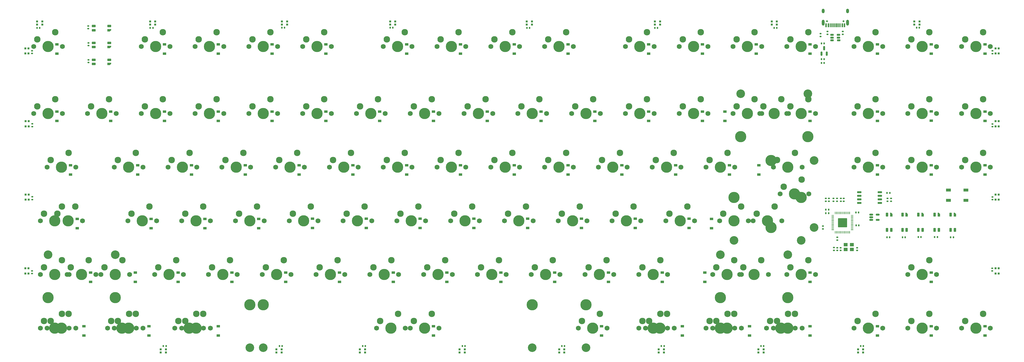
<source format=gbr>
%TF.GenerationSoftware,KiCad,Pcbnew,(6.0.5)*%
%TF.CreationDate,2022-07-03T10:27:10+08:00*%
%TF.ProjectId,orion-PCB,6f72696f-6e2d-4504-9342-2e6b69636164,rev?*%
%TF.SameCoordinates,Original*%
%TF.FileFunction,Soldermask,Bot*%
%TF.FilePolarity,Negative*%
%FSLAX46Y46*%
G04 Gerber Fmt 4.6, Leading zero omitted, Abs format (unit mm)*
G04 Created by KiCad (PCBNEW (6.0.5)) date 2022-07-03 10:27:10*
%MOMM*%
%LPD*%
G01*
G04 APERTURE LIST*
G04 Aperture macros list*
%AMRoundRect*
0 Rectangle with rounded corners*
0 $1 Rounding radius*
0 $2 $3 $4 $5 $6 $7 $8 $9 X,Y pos of 4 corners*
0 Add a 4 corners polygon primitive as box body*
4,1,4,$2,$3,$4,$5,$6,$7,$8,$9,$2,$3,0*
0 Add four circle primitives for the rounded corners*
1,1,$1+$1,$2,$3*
1,1,$1+$1,$4,$5*
1,1,$1+$1,$6,$7*
1,1,$1+$1,$8,$9*
0 Add four rect primitives between the rounded corners*
20,1,$1+$1,$2,$3,$4,$5,0*
20,1,$1+$1,$4,$5,$6,$7,0*
20,1,$1+$1,$6,$7,$8,$9,0*
20,1,$1+$1,$8,$9,$2,$3,0*%
%AMFreePoly0*
4,1,18,-0.410000,0.593000,-0.403758,0.624380,-0.385983,0.650983,-0.359380,0.668758,-0.328000,0.675000,0.328000,0.675000,0.359380,0.668758,0.385983,0.650983,0.403758,0.624380,0.410000,0.593000,0.410000,-0.593000,0.403758,-0.624380,0.385983,-0.650983,0.359380,-0.668758,0.328000,-0.675000,0.000000,-0.675000,-0.410000,-0.265000,-0.410000,0.593000,-0.410000,0.593000,$1*%
G04 Aperture macros list end*
%ADD10C,3.048000*%
%ADD11C,3.987800*%
%ADD12C,1.750000*%
%ADD13C,2.300000*%
%ADD14RoundRect,0.140000X0.170000X-0.140000X0.170000X0.140000X-0.170000X0.140000X-0.170000X-0.140000X0*%
%ADD15R,1.200000X0.900000*%
%ADD16RoundRect,0.105000X-0.245000X0.245000X-0.245000X-0.245000X0.245000X-0.245000X0.245000X0.245000X0*%
%ADD17RoundRect,0.135000X0.185000X-0.135000X0.185000X0.135000X-0.185000X0.135000X-0.185000X-0.135000X0*%
%ADD18RoundRect,0.140000X-0.140000X-0.170000X0.140000X-0.170000X0.140000X0.170000X-0.140000X0.170000X0*%
%ADD19RoundRect,0.105000X0.245000X-0.245000X0.245000X0.245000X-0.245000X0.245000X-0.245000X-0.245000X0*%
%ADD20RoundRect,0.050000X0.387500X0.050000X-0.387500X0.050000X-0.387500X-0.050000X0.387500X-0.050000X0*%
%ADD21RoundRect,0.050000X0.050000X0.387500X-0.050000X0.387500X-0.050000X-0.387500X0.050000X-0.387500X0*%
%ADD22RoundRect,0.144000X1.456000X1.456000X-1.456000X1.456000X-1.456000X-1.456000X1.456000X-1.456000X0*%
%ADD23RoundRect,0.135000X-0.185000X0.135000X-0.185000X-0.135000X0.185000X-0.135000X0.185000X0.135000X0*%
%ADD24RoundRect,0.105000X0.245000X0.245000X-0.245000X0.245000X-0.245000X-0.245000X0.245000X-0.245000X0*%
%ADD25RoundRect,0.140000X-0.170000X0.140000X-0.170000X-0.140000X0.170000X-0.140000X0.170000X0.140000X0*%
%ADD26RoundRect,0.082000X0.328000X0.593000X-0.328000X0.593000X-0.328000X-0.593000X0.328000X-0.593000X0*%
%ADD27FreePoly0,180.000000*%
%ADD28RoundRect,0.150000X0.650000X0.150000X-0.650000X0.150000X-0.650000X-0.150000X0.650000X-0.150000X0*%
%ADD29RoundRect,0.105000X-0.245000X-0.245000X0.245000X-0.245000X0.245000X0.245000X-0.245000X0.245000X0*%
%ADD30R,1.400000X1.200000*%
%ADD31RoundRect,0.140000X0.140000X0.170000X-0.140000X0.170000X-0.140000X-0.170000X0.140000X-0.170000X0*%
%ADD32RoundRect,0.150000X-0.512500X-0.150000X0.512500X-0.150000X0.512500X0.150000X-0.512500X0.150000X0*%
%ADD33R,1.800000X1.100000*%
%ADD34RoundRect,0.082000X0.593000X-0.328000X0.593000X0.328000X-0.593000X0.328000X-0.593000X-0.328000X0*%
%ADD35FreePoly0,90.000000*%
%ADD36RoundRect,0.147500X-0.172500X0.147500X-0.172500X-0.147500X0.172500X-0.147500X0.172500X0.147500X0*%
%ADD37RoundRect,0.150000X0.475000X0.150000X-0.475000X0.150000X-0.475000X-0.150000X0.475000X-0.150000X0*%
%ADD38RoundRect,0.150000X0.150000X-0.587500X0.150000X0.587500X-0.150000X0.587500X-0.150000X-0.587500X0*%
%ADD39C,0.650000*%
%ADD40R,0.600000X1.450000*%
%ADD41R,0.300000X1.450000*%
%ADD42O,1.000000X1.600000*%
%ADD43O,1.000000X2.100000*%
G04 APERTURE END LIST*
D10*
%TO.C,S1*%
X258881250Y-71427500D03*
X235068750Y-71427500D03*
D11*
X235068750Y-86667500D03*
X258881250Y-86667500D03*
%TD*%
D12*
%TO.C,SW33*%
X232370000Y-78412500D03*
D11*
X237450000Y-78412500D03*
D12*
X242530000Y-78412500D03*
D13*
X233640000Y-75872500D03*
X239990000Y-73332500D03*
%TD*%
D12*
%TO.C,SW82*%
X209192500Y-135562500D03*
D11*
X204112500Y-135562500D03*
D12*
X199032500Y-135562500D03*
D13*
X200302500Y-133022500D03*
X206652500Y-130482500D03*
%TD*%
D11*
%TO.C,SW76*%
X89812500Y-135562500D03*
D12*
X84732500Y-135562500D03*
X94892500Y-135562500D03*
D13*
X86002500Y-133022500D03*
X92352500Y-130482500D03*
%TD*%
D11*
%TO.C,SW8*%
X132675000Y-54600000D03*
D12*
X137755000Y-54600000D03*
X127595000Y-54600000D03*
D13*
X128865000Y-52060000D03*
X135215000Y-49520000D03*
%TD*%
D11*
%TO.C,SW83*%
X239831250Y-135562500D03*
D12*
X244911250Y-135562500D03*
X234751250Y-135562500D03*
D13*
X236021250Y-133022500D03*
X242371250Y-130482500D03*
%TD*%
D12*
%TO.C,SW2*%
X-15255000Y-54625000D03*
D11*
X-10175000Y-54625000D03*
D12*
X-5095000Y-54625000D03*
D13*
X-13985000Y-52085000D03*
X-7635000Y-49545000D03*
%TD*%
D11*
%TO.C,SW28*%
X161250000Y-78412500D03*
D12*
X166330000Y-78412500D03*
X156170000Y-78412500D03*
D13*
X157440000Y-75872500D03*
X163790000Y-73332500D03*
%TD*%
D12*
%TO.C,SW42*%
X89495000Y-97462500D03*
X99655000Y-97462500D03*
D11*
X94575000Y-97462500D03*
D13*
X90765000Y-94922500D03*
X97115000Y-92382500D03*
%TD*%
D12*
%TO.C,SW36*%
X323492500Y-78412500D03*
X313332500Y-78412500D03*
D11*
X318412500Y-78412500D03*
D13*
X314602500Y-75872500D03*
X320952500Y-73332500D03*
%TD*%
D12*
%TO.C,SW95*%
X187761250Y-154612500D03*
X177601250Y-154612500D03*
D11*
X182681250Y-154612500D03*
D13*
X178871250Y-152072500D03*
X185221250Y-149532500D03*
%TD*%
D12*
%TO.C,SW97*%
X211573750Y-154612500D03*
X201413750Y-154612500D03*
D11*
X206493750Y-154612500D03*
D13*
X202683750Y-152072500D03*
X209033750Y-149532500D03*
%TD*%
D12*
%TO.C,SW84*%
X235386250Y-135562500D03*
D11*
X230306250Y-135562500D03*
D12*
X225226250Y-135562500D03*
D13*
X226496250Y-133022500D03*
X232846250Y-130482500D03*
%TD*%
D11*
%TO.C,SW90*%
X18375000Y-154612500D03*
D12*
X23455000Y-154612500D03*
X13295000Y-154612500D03*
D13*
X14565000Y-152072500D03*
X20915000Y-149532500D03*
%TD*%
D11*
%TO.C,SW51*%
X254118750Y-106987500D03*
D12*
X259198750Y-106987500D03*
X249038750Y-106987500D03*
D13*
X250308750Y-104447500D03*
X256658750Y-101907500D03*
%TD*%
D11*
%TO.C,SW87*%
X-7818750Y-154612500D03*
D12*
X-2738750Y-154612500D03*
X-12898750Y-154612500D03*
D13*
X-11628750Y-152072500D03*
X-5278750Y-149532500D03*
%TD*%
D11*
%TO.C,SW80*%
X166012500Y-135562500D03*
D12*
X160932500Y-135562500D03*
X171092500Y-135562500D03*
D13*
X162202500Y-133022500D03*
X168552500Y-130482500D03*
%TD*%
D12*
%TO.C,SW27*%
X137120000Y-78412500D03*
D11*
X142200000Y-78412500D03*
D12*
X147280000Y-78412500D03*
D13*
X138390000Y-75872500D03*
X144740000Y-73332500D03*
%TD*%
D11*
%TO.C,SW9*%
X151725000Y-54600000D03*
D12*
X146645000Y-54600000D03*
X156805000Y-54600000D03*
D13*
X147915000Y-52060000D03*
X154265000Y-49520000D03*
%TD*%
D12*
%TO.C,SW100*%
X254436250Y-154612500D03*
D11*
X249356250Y-154612500D03*
D12*
X244276250Y-154612500D03*
D13*
X245546250Y-152072500D03*
X251896250Y-149532500D03*
%TD*%
D12*
%TO.C,SW67*%
X208557500Y-116512500D03*
X218717500Y-116512500D03*
D11*
X213637500Y-116512500D03*
D13*
X209827500Y-113972500D03*
X216177500Y-111432500D03*
%TD*%
D12*
%TO.C,SW71*%
X6786250Y-135562500D03*
X-3373750Y-135562500D03*
D11*
X1706250Y-135562500D03*
D13*
X-2103750Y-133022500D03*
X4246250Y-130482500D03*
%TD*%
D12*
%TO.C,SW40*%
X51395000Y-97462500D03*
D11*
X56475000Y-97462500D03*
D12*
X61555000Y-97462500D03*
D13*
X52665000Y-94922500D03*
X59015000Y-92382500D03*
%TD*%
D11*
%TO.C,SW52*%
X280312500Y-97462500D03*
D12*
X285392500Y-97462500D03*
X275232500Y-97462500D03*
D13*
X276502500Y-94922500D03*
X282852500Y-92382500D03*
%TD*%
D11*
%TO.C,SW15*%
X280312500Y-54600000D03*
D12*
X285392500Y-54600000D03*
X275232500Y-54600000D03*
D13*
X276502500Y-52060000D03*
X282852500Y-49520000D03*
%TD*%
D12*
%TO.C,SW46*%
X175850000Y-97460000D03*
X165690000Y-97460000D03*
D11*
X170770000Y-97460000D03*
D13*
X166960000Y-94920000D03*
X173310000Y-92380000D03*
%TD*%
D12*
%TO.C,SW49*%
X233005000Y-97460000D03*
D11*
X227925000Y-97460000D03*
D12*
X222845000Y-97460000D03*
D13*
X224115000Y-94920000D03*
X230465000Y-92380000D03*
%TD*%
D12*
%TO.C,SW68*%
X237767500Y-116512500D03*
X227607500Y-116512500D03*
D11*
X232687500Y-116512500D03*
D13*
X228877500Y-113972500D03*
X235227500Y-111432500D03*
%TD*%
D12*
%TO.C,SW65*%
X170457500Y-116512500D03*
X180617500Y-116512500D03*
D11*
X175537500Y-116512500D03*
D13*
X171727500Y-113972500D03*
X178077500Y-111432500D03*
%TD*%
D12*
%TO.C,SW101*%
X246657500Y-154612500D03*
X256817500Y-154612500D03*
D11*
X251737500Y-154612500D03*
D13*
X247927500Y-152072500D03*
X254277500Y-149532500D03*
%TD*%
D12*
%TO.C,SW43*%
X118705000Y-97462500D03*
X108545000Y-97462500D03*
D11*
X113625000Y-97462500D03*
D13*
X109815000Y-94922500D03*
X116165000Y-92382500D03*
%TD*%
D12*
%TO.C,SW79*%
X141882500Y-135562500D03*
D11*
X146962500Y-135562500D03*
D12*
X152042500Y-135562500D03*
D13*
X143152500Y-133022500D03*
X149502500Y-130482500D03*
%TD*%
D11*
%TO.C,SW61*%
X99337500Y-116512500D03*
D12*
X104417500Y-116512500D03*
X94257500Y-116512500D03*
D13*
X95527500Y-113972500D03*
X101877500Y-111432500D03*
%TD*%
D12*
%TO.C,SW38*%
X23455000Y-97462500D03*
X13295000Y-97462500D03*
D11*
X18375000Y-97462500D03*
D13*
X14565000Y-94922500D03*
X20915000Y-92382500D03*
%TD*%
D11*
%TO.C,SW34*%
X280312500Y-78412500D03*
D12*
X285392500Y-78412500D03*
X275232500Y-78412500D03*
D13*
X276502500Y-75872500D03*
X282852500Y-73332500D03*
%TD*%
D12*
%TO.C,SW5*%
X60920000Y-54600000D03*
X71080000Y-54600000D03*
D11*
X66000000Y-54600000D03*
D13*
X62190000Y-52060000D03*
X68540000Y-49520000D03*
%TD*%
D12*
%TO.C,SW30*%
X204430000Y-78412500D03*
D11*
X199350000Y-78412500D03*
D12*
X194270000Y-78412500D03*
D13*
X195540000Y-75872500D03*
X201890000Y-73332500D03*
%TD*%
D12*
%TO.C,SW57*%
X18057500Y-116512500D03*
D11*
X23137500Y-116512500D03*
D12*
X28217500Y-116512500D03*
D13*
X19327500Y-113972500D03*
X25677500Y-111432500D03*
%TD*%
D12*
%TO.C,SW53*%
X304442500Y-97462500D03*
X294282500Y-97462500D03*
D11*
X299362500Y-97462500D03*
D13*
X295552500Y-94922500D03*
X301902500Y-92382500D03*
%TD*%
D11*
%TO.C,SW21*%
X27900000Y-78412500D03*
D12*
X32980000Y-78412500D03*
X22820000Y-78412500D03*
D13*
X24090000Y-75872500D03*
X30440000Y-73332500D03*
%TD*%
D11*
%TO.C,S5*%
X251737500Y-143817500D03*
D10*
X251737500Y-128577500D03*
X227925000Y-128577500D03*
D11*
X227925000Y-143817500D03*
%TD*%
D12*
%TO.C,SW16*%
X294282500Y-54600000D03*
X304442500Y-54600000D03*
D11*
X299362500Y-54600000D03*
D13*
X295552500Y-52060000D03*
X301902500Y-49520000D03*
%TD*%
D11*
%TO.C,SW47*%
X189825000Y-97460000D03*
D12*
X194905000Y-97460000D03*
X184745000Y-97460000D03*
D13*
X186015000Y-94920000D03*
X192365000Y-92380000D03*
%TD*%
D11*
%TO.C,SW104*%
X318412500Y-154612500D03*
D12*
X313332500Y-154612500D03*
X323492500Y-154612500D03*
D13*
X314602500Y-152072500D03*
X320952500Y-149532500D03*
%TD*%
D12*
%TO.C,SW102*%
X285392500Y-154612500D03*
X275232500Y-154612500D03*
D11*
X280312500Y-154612500D03*
D13*
X276502500Y-152072500D03*
X282852500Y-149532500D03*
%TD*%
D12*
%TO.C,SW69*%
X249673750Y-116512500D03*
X239513750Y-116512500D03*
D11*
X244593750Y-116512500D03*
D13*
X240783750Y-113972500D03*
X247133750Y-111432500D03*
%TD*%
D11*
%TO.C,SW75*%
X70762500Y-135562500D03*
D12*
X65682500Y-135562500D03*
X75842500Y-135562500D03*
D13*
X66952500Y-133022500D03*
X73302500Y-130482500D03*
%TD*%
D12*
%TO.C,SW31*%
X213320000Y-78412500D03*
X223480000Y-78412500D03*
D11*
X218400000Y-78412500D03*
D13*
X214590000Y-75872500D03*
X220940000Y-73332500D03*
%TD*%
D11*
%TO.C,SW24*%
X85050000Y-78412500D03*
D12*
X79970000Y-78412500D03*
X90130000Y-78412500D03*
D13*
X81240000Y-75872500D03*
X87590000Y-73332500D03*
%TD*%
D12*
%TO.C,SW92*%
X47267500Y-154612500D03*
D11*
X42187500Y-154612500D03*
D12*
X37107500Y-154612500D03*
D13*
X38377500Y-152072500D03*
X44727500Y-149532500D03*
%TD*%
D10*
%TO.C,S3*%
X256500000Y-123497500D03*
D11*
X232687500Y-108257500D03*
X256500000Y-108257500D03*
D10*
X232687500Y-123497500D03*
%TD*%
D12*
%TO.C,SW32*%
X252055000Y-78412500D03*
D11*
X246975000Y-78412500D03*
D12*
X241895000Y-78412500D03*
D13*
X243165000Y-75872500D03*
X249515000Y-73332500D03*
%TD*%
D12*
%TO.C,SW59*%
X56157500Y-116512500D03*
X66317500Y-116512500D03*
D11*
X61237500Y-116512500D03*
D13*
X57427500Y-113972500D03*
X63777500Y-111432500D03*
%TD*%
D12*
%TO.C,SW6*%
X79970000Y-54600000D03*
X90130000Y-54600000D03*
D11*
X85050000Y-54600000D03*
D13*
X81240000Y-52060000D03*
X87590000Y-49520000D03*
%TD*%
D12*
%TO.C,SW58*%
X47267500Y-116512500D03*
X37107500Y-116512500D03*
D11*
X42187500Y-116512500D03*
D13*
X38377500Y-113972500D03*
X44727500Y-111432500D03*
%TD*%
D11*
%TO.C,SW77*%
X108862500Y-135562500D03*
D12*
X113942500Y-135562500D03*
X103782500Y-135562500D03*
D13*
X105052500Y-133022500D03*
X111402500Y-130482500D03*
%TD*%
D11*
%TO.C,SW103*%
X299362500Y-154612500D03*
D12*
X304442500Y-154612500D03*
X294282500Y-154612500D03*
D13*
X295552500Y-152072500D03*
X301902500Y-149532500D03*
%TD*%
D11*
%TO.C,S6*%
X161250000Y-146357500D03*
D10*
X61237500Y-161597500D03*
X161250000Y-161597500D03*
D11*
X61237500Y-146357500D03*
%TD*%
%TO.C,SW62*%
X118387500Y-116512500D03*
D12*
X113307500Y-116512500D03*
X123467500Y-116512500D03*
D13*
X114577500Y-113972500D03*
X120927500Y-111432500D03*
%TD*%
D12*
%TO.C,SW20*%
X3770000Y-78412500D03*
X13930000Y-78412500D03*
D11*
X8850000Y-78412500D03*
D13*
X5040000Y-75872500D03*
X11390000Y-73332500D03*
%TD*%
D11*
%TO.C,SW44*%
X132675000Y-97462500D03*
D12*
X137755000Y-97462500D03*
X127595000Y-97462500D03*
D13*
X128865000Y-94922500D03*
X135215000Y-92382500D03*
%TD*%
D12*
%TO.C,SW45*%
X146645000Y-97462500D03*
D11*
X151725000Y-97462500D03*
D12*
X156805000Y-97462500D03*
D13*
X147915000Y-94922500D03*
X154265000Y-92382500D03*
%TD*%
D12*
%TO.C,SW4*%
X41870000Y-54600000D03*
X52030000Y-54600000D03*
D11*
X46950000Y-54600000D03*
D13*
X43140000Y-52060000D03*
X49490000Y-49520000D03*
%TD*%
D12*
%TO.C,SW74*%
X56792500Y-135562500D03*
X46632500Y-135562500D03*
D11*
X51712500Y-135562500D03*
D13*
X47902500Y-133022500D03*
X54252500Y-130482500D03*
%TD*%
D12*
%TO.C,SW26*%
X118070000Y-78412500D03*
X128230000Y-78412500D03*
D11*
X123150000Y-78412500D03*
D13*
X119340000Y-75872500D03*
X125690000Y-73332500D03*
%TD*%
D12*
%TO.C,SW89*%
X21073750Y-154612500D03*
X10913750Y-154612500D03*
D11*
X15993750Y-154612500D03*
D13*
X12183750Y-152072500D03*
X18533750Y-149532500D03*
%TD*%
D12*
%TO.C,SW50*%
X246657500Y-97460000D03*
X256817500Y-97460000D03*
D11*
X251737500Y-97460000D03*
D13*
X247927500Y-94920000D03*
X254277500Y-92380000D03*
%TD*%
D12*
%TO.C,SW91*%
X34726250Y-154612500D03*
X44886250Y-154612500D03*
D11*
X39806250Y-154612500D03*
D13*
X35996250Y-152072500D03*
X42346250Y-149532500D03*
%TD*%
D11*
%TO.C,SW13*%
X237450000Y-54600000D03*
D12*
X242530000Y-54600000D03*
X232370000Y-54600000D03*
D13*
X233640000Y-52060000D03*
X239990000Y-49520000D03*
%TD*%
D12*
%TO.C,SW17*%
X323492500Y-54600000D03*
D11*
X318412500Y-54600000D03*
D12*
X313332500Y-54600000D03*
D13*
X314602500Y-52060000D03*
X320952500Y-49520000D03*
%TD*%
D12*
%TO.C,SW85*%
X251420000Y-135562500D03*
D11*
X256500000Y-135562500D03*
D12*
X261580000Y-135562500D03*
D13*
X252690000Y-133022500D03*
X259040000Y-130482500D03*
%TD*%
D12*
%TO.C,SW60*%
X75207500Y-116512500D03*
D11*
X80287500Y-116512500D03*
D12*
X85367500Y-116512500D03*
D13*
X76477500Y-113972500D03*
X82827500Y-111432500D03*
%TD*%
D11*
%TO.C,SW48*%
X208875000Y-97460000D03*
D12*
X213955000Y-97460000D03*
X203795000Y-97460000D03*
D13*
X205065000Y-94920000D03*
X211415000Y-92380000D03*
%TD*%
D11*
%TO.C,SW3*%
X27900000Y-54600000D03*
D12*
X22820000Y-54600000D03*
X32980000Y-54600000D03*
D13*
X24090000Y-52060000D03*
X30440000Y-49520000D03*
%TD*%
D11*
%TO.C,S7*%
X66000000Y-146357500D03*
D10*
X180300000Y-161597500D03*
X66000000Y-161597500D03*
D11*
X180300000Y-146357500D03*
%TD*%
D12*
%TO.C,SW56*%
X2023750Y-116512500D03*
D11*
X-3056250Y-116512500D03*
D12*
X-8136250Y-116512500D03*
D13*
X-6866250Y-113972500D03*
X-516250Y-111432500D03*
%TD*%
D12*
%TO.C,SW93*%
X106163750Y-154612500D03*
D11*
X111243750Y-154612500D03*
D12*
X116323750Y-154612500D03*
D13*
X107433750Y-152072500D03*
X113783750Y-149532500D03*
%TD*%
D11*
%TO.C,SW41*%
X75525000Y-97462500D03*
D12*
X80605000Y-97462500D03*
X70445000Y-97462500D03*
D13*
X71715000Y-94922500D03*
X78065000Y-92382500D03*
%TD*%
D12*
%TO.C,SW98*%
X233005000Y-154612500D03*
X222845000Y-154612500D03*
D11*
X227925000Y-154612500D03*
D13*
X224115000Y-152072500D03*
X230465000Y-149532500D03*
%TD*%
D12*
%TO.C,SW73*%
X37742500Y-135562500D03*
X27582500Y-135562500D03*
D11*
X32662500Y-135562500D03*
D13*
X28852500Y-133022500D03*
X35202500Y-130482500D03*
%TD*%
D11*
%TO.C,SW64*%
X156487500Y-116512500D03*
D12*
X161567500Y-116512500D03*
X151407500Y-116512500D03*
D13*
X152677500Y-113972500D03*
X159027500Y-111432500D03*
%TD*%
D12*
%TO.C,SW54*%
X323492500Y-97462500D03*
X313332500Y-97462500D03*
D11*
X318412500Y-97462500D03*
D13*
X314602500Y-94922500D03*
X320952500Y-92382500D03*
%TD*%
D12*
%TO.C,SW88*%
X-357500Y-154612500D03*
D11*
X-5437500Y-154612500D03*
D12*
X-10517500Y-154612500D03*
D13*
X-9247500Y-152072500D03*
X-2897500Y-149532500D03*
%TD*%
D12*
%TO.C,SW78*%
X132992500Y-135562500D03*
D11*
X127912500Y-135562500D03*
D12*
X122832500Y-135562500D03*
D13*
X124102500Y-133022500D03*
X130452500Y-130482500D03*
%TD*%
D11*
%TO.C,SW23*%
X66000000Y-78412500D03*
D12*
X60920000Y-78412500D03*
X71080000Y-78412500D03*
D13*
X62190000Y-75872500D03*
X68540000Y-73332500D03*
%TD*%
D11*
%TO.C,SW39*%
X37425000Y-97462500D03*
D12*
X32345000Y-97462500D03*
X42505000Y-97462500D03*
D13*
X33615000Y-94922500D03*
X39965000Y-92382500D03*
%TD*%
D11*
%TO.C,SW10*%
X170775000Y-54600000D03*
D12*
X165695000Y-54600000D03*
X175855000Y-54600000D03*
D13*
X166965000Y-52060000D03*
X173315000Y-49520000D03*
%TD*%
D11*
%TO.C,SW22*%
X46950000Y-78412500D03*
D12*
X41870000Y-78412500D03*
X52030000Y-78412500D03*
D13*
X43140000Y-75872500D03*
X49490000Y-73332500D03*
%TD*%
D12*
%TO.C,SW70*%
X-2738750Y-135562500D03*
D11*
X-7818750Y-135562500D03*
D12*
X-12898750Y-135562500D03*
D13*
X-11628750Y-133022500D03*
X-5278750Y-130482500D03*
%TD*%
D12*
%TO.C,SW99*%
X225226250Y-154612500D03*
D11*
X230306250Y-154612500D03*
D12*
X235386250Y-154612500D03*
D13*
X226496250Y-152072500D03*
X232846250Y-149532500D03*
%TD*%
D10*
%TO.C,S4*%
X13612500Y-128577500D03*
D11*
X-10200000Y-143817500D03*
D10*
X-10200000Y-128577500D03*
D11*
X13612500Y-143817500D03*
%TD*%
%TO.C,SW96*%
X204112500Y-154612500D03*
D12*
X209192500Y-154612500D03*
X199032500Y-154612500D03*
D13*
X200302500Y-152072500D03*
X206652500Y-149532500D03*
%TD*%
D11*
%TO.C,SW7*%
X113625000Y-54600000D03*
D12*
X108545000Y-54600000D03*
X118705000Y-54600000D03*
D13*
X109815000Y-52060000D03*
X116165000Y-49520000D03*
%TD*%
D11*
%TO.C,SW25*%
X104100000Y-78412500D03*
D12*
X99020000Y-78412500D03*
X109180000Y-78412500D03*
D13*
X100290000Y-75872500D03*
X106640000Y-73332500D03*
%TD*%
D12*
%TO.C,SW37*%
X-10517500Y-97462500D03*
X-357500Y-97462500D03*
D11*
X-5437500Y-97462500D03*
D13*
X-9247500Y-94922500D03*
X-2897500Y-92382500D03*
%TD*%
D12*
%TO.C,SW35*%
X304442500Y-78412500D03*
D11*
X299362500Y-78412500D03*
D12*
X294282500Y-78412500D03*
D13*
X295552500Y-75872500D03*
X301902500Y-73332500D03*
%TD*%
D12*
%TO.C,SW86*%
X294282500Y-135562500D03*
D11*
X299362500Y-135562500D03*
D12*
X304442500Y-135562500D03*
D13*
X295552500Y-133022500D03*
X301902500Y-130482500D03*
%TD*%
D11*
%TO.C,SW12*%
X218400000Y-54600000D03*
D12*
X223480000Y-54600000D03*
X213320000Y-54600000D03*
D13*
X214590000Y-52060000D03*
X220940000Y-49520000D03*
%TD*%
D12*
%TO.C,SW55*%
X-12898750Y-116512500D03*
D11*
X-7818750Y-116512500D03*
D12*
X-2738750Y-116512500D03*
D13*
X-11628750Y-113972500D03*
X-5278750Y-111432500D03*
%TD*%
D11*
%TO.C,SW11*%
X199380000Y-54600000D03*
D12*
X194300000Y-54600000D03*
X204460000Y-54600000D03*
D13*
X195570000Y-52060000D03*
X201920000Y-49520000D03*
%TD*%
D11*
%TO.C,SW66*%
X194587500Y-116512500D03*
D12*
X199667500Y-116512500D03*
X189507500Y-116512500D03*
D13*
X190777500Y-113972500D03*
X197127500Y-111432500D03*
%TD*%
D12*
%TO.C,SW29*%
X175220000Y-78412500D03*
D11*
X180300000Y-78412500D03*
D12*
X185380000Y-78412500D03*
D13*
X176490000Y-75872500D03*
X182840000Y-73332500D03*
%TD*%
D12*
%TO.C,SW14*%
X261580000Y-54600000D03*
D11*
X256500000Y-54600000D03*
D12*
X251420000Y-54600000D03*
D13*
X252690000Y-52060000D03*
X259040000Y-49520000D03*
%TD*%
D12*
%TO.C,SW72*%
X8532500Y-135562500D03*
X18692500Y-135562500D03*
D11*
X13612500Y-135562500D03*
D13*
X9802500Y-133022500D03*
X16152500Y-130482500D03*
%TD*%
D10*
%TO.C,S2*%
X261103750Y-95081250D03*
D11*
X245863750Y-118893750D03*
D10*
X261103750Y-118893750D03*
D11*
X245863750Y-95081250D03*
%TD*%
D12*
%TO.C,SW18*%
X261580000Y-78412500D03*
X251420000Y-78412500D03*
D11*
X256500000Y-78412500D03*
D13*
X252690000Y-75872500D03*
X259040000Y-73332500D03*
%TD*%
D12*
%TO.C,SW94*%
X128230000Y-154612500D03*
X118070000Y-154612500D03*
D11*
X123150000Y-154612500D03*
D13*
X119340000Y-152072500D03*
X125690000Y-149532500D03*
%TD*%
D12*
%TO.C,SW63*%
X142517500Y-116512500D03*
D11*
X137437500Y-116512500D03*
D12*
X132357500Y-116512500D03*
D13*
X133627500Y-113972500D03*
X139977500Y-111432500D03*
%TD*%
D11*
%TO.C,SW19*%
X-10175000Y-78412500D03*
D12*
X-5095000Y-78412500D03*
X-15255000Y-78412500D03*
D13*
X-13985000Y-75872500D03*
X-7635000Y-73332500D03*
%TD*%
D11*
%TO.C,SW81*%
X185062500Y-135562500D03*
D12*
X179982500Y-135562500D03*
X190142500Y-135562500D03*
D13*
X181252500Y-133022500D03*
X187602500Y-130482500D03*
%TD*%
D14*
%TO.C,C17*%
X265241200Y-109570000D03*
X265241200Y-108610000D03*
%TD*%
D15*
%TO.C,D75*%
X188235000Y-138172500D03*
X188235000Y-134872500D03*
%TD*%
D16*
%TO.C,LED7*%
X325360000Y-107195000D03*
X326460000Y-107195000D03*
X326460000Y-109025000D03*
X325360000Y-109025000D03*
%TD*%
D17*
%TO.C,R7*%
X269262500Y-123422500D03*
X269262500Y-122402500D03*
%TD*%
D15*
%TO.C,D31*%
X229510000Y-81022500D03*
X229510000Y-77722500D03*
%TD*%
D18*
%TO.C,C31*%
X110930000Y-47980000D03*
X111890000Y-47980000D03*
%TD*%
D16*
%TO.C,LED6*%
X325360000Y-133392500D03*
X326460000Y-133392500D03*
X326460000Y-135222500D03*
X325360000Y-135222500D03*
%TD*%
D19*
%TO.C,LED27*%
X-17045000Y-109025000D03*
X-18145000Y-109025000D03*
X-18145000Y-107195000D03*
X-17045000Y-107195000D03*
%TD*%
D20*
%TO.C,U4*%
X274559250Y-114575000D03*
X274559250Y-114975000D03*
X274559250Y-115375000D03*
X274559250Y-115775000D03*
X274559250Y-116175000D03*
X274559250Y-116575000D03*
X274559250Y-116975000D03*
X274559250Y-117375000D03*
X274559250Y-117775000D03*
X274559250Y-118175000D03*
X274559250Y-118575000D03*
X274559250Y-118975000D03*
X274559250Y-119375000D03*
X274559250Y-119775000D03*
D21*
X273721750Y-120612500D03*
X273321750Y-120612500D03*
X272921750Y-120612500D03*
X272521750Y-120612500D03*
X272121750Y-120612500D03*
X271721750Y-120612500D03*
X271321750Y-120612500D03*
X270921750Y-120612500D03*
X270521750Y-120612500D03*
X270121750Y-120612500D03*
X269721750Y-120612500D03*
X269321750Y-120612500D03*
X268921750Y-120612500D03*
X268521750Y-120612500D03*
D20*
X267684250Y-119775000D03*
X267684250Y-119375000D03*
X267684250Y-118975000D03*
X267684250Y-118575000D03*
X267684250Y-118175000D03*
X267684250Y-117775000D03*
X267684250Y-117375000D03*
X267684250Y-116975000D03*
X267684250Y-116575000D03*
X267684250Y-116175000D03*
X267684250Y-115775000D03*
X267684250Y-115375000D03*
X267684250Y-114975000D03*
X267684250Y-114575000D03*
D21*
X268521750Y-113737500D03*
X268921750Y-113737500D03*
X269321750Y-113737500D03*
X269721750Y-113737500D03*
X270121750Y-113737500D03*
X270521750Y-113737500D03*
X270921750Y-113737500D03*
X271321750Y-113737500D03*
X271721750Y-113737500D03*
X272121750Y-113737500D03*
X272521750Y-113737500D03*
X272921750Y-113737500D03*
X273321750Y-113737500D03*
X273721750Y-113737500D03*
D22*
X271121750Y-117175000D03*
%TD*%
D15*
%TO.C,D61*%
X178710000Y-119060000D03*
X178710000Y-115760000D03*
%TD*%
%TO.C,D27*%
X164422500Y-81022500D03*
X164422500Y-77722500D03*
%TD*%
D23*
%TO.C,R1*%
X265824000Y-49322000D03*
X265824000Y-50342000D03*
%TD*%
D15*
%TO.C,D17*%
X259672500Y-81022500D03*
X259672500Y-77722500D03*
%TD*%
%TO.C,D14*%
X283485000Y-57210000D03*
X283485000Y-53910000D03*
%TD*%
%TO.C,D79*%
X302535000Y-138172500D03*
X302535000Y-134872500D03*
%TD*%
%TO.C,D25*%
X126322500Y-81022500D03*
X126322500Y-77722500D03*
%TD*%
%TO.C,D62*%
X197760000Y-119060000D03*
X197760000Y-115760000D03*
%TD*%
D24*
%TO.C,LED23*%
X102078214Y-162145000D03*
X102078214Y-163245000D03*
X100248214Y-163245000D03*
X100248214Y-162145000D03*
%TD*%
D18*
%TO.C,C22*%
X309462500Y-122382500D03*
X310422500Y-122382500D03*
%TD*%
D25*
%TO.C,C24*%
X324210000Y-108062500D03*
X324210000Y-109022500D03*
%TD*%
D26*
%TO.C,LED2*%
X292382500Y-119765000D03*
X293882500Y-119765000D03*
X292382500Y-114315000D03*
D27*
X293882500Y-114315000D03*
%TD*%
D15*
%TO.C,D4*%
X69172500Y-57210000D03*
X69172500Y-53910000D03*
%TD*%
D28*
%TO.C,U3*%
X284329129Y-106415000D03*
X284329129Y-107685000D03*
X284329129Y-108955000D03*
X284329129Y-110225000D03*
X277129129Y-110225000D03*
X277129129Y-108955000D03*
X277129129Y-107685000D03*
X277129129Y-106415000D03*
%TD*%
D29*
%TO.C,LED16*%
X25955000Y-46870000D03*
X25955000Y-45770000D03*
X27785000Y-45770000D03*
X27785000Y-46870000D03*
%TD*%
D24*
%TO.C,LED31*%
X243199642Y-162145000D03*
X243199642Y-163245000D03*
X241369642Y-163245000D03*
X241369642Y-162145000D03*
%TD*%
D25*
%TO.C,C7*%
X269322500Y-126062500D03*
X269322500Y-127022500D03*
%TD*%
D15*
%TO.C,D9*%
X173947500Y-57210000D03*
X173947500Y-53910000D03*
%TD*%
D25*
%TO.C,C26*%
X324222500Y-56182500D03*
X324222500Y-57142500D03*
%TD*%
D15*
%TO.C,D59*%
X140610000Y-119060000D03*
X140610000Y-115760000D03*
%TD*%
D25*
%TO.C,C13*%
X264235000Y-118422500D03*
X264235000Y-119382500D03*
%TD*%
%TO.C,C35*%
X4102500Y-53342500D03*
X4102500Y-54302500D03*
%TD*%
D15*
%TO.C,D45*%
X192997500Y-100072500D03*
X192997500Y-96772500D03*
%TD*%
D16*
%TO.C,LED13*%
X325360000Y-55302500D03*
X326460000Y-55302500D03*
X326460000Y-57132500D03*
X325360000Y-57132500D03*
%TD*%
D30*
%TO.C,Y1*%
X272228000Y-125001250D03*
X274428000Y-125001250D03*
X274428000Y-126701250D03*
X272228000Y-126701250D03*
%TD*%
D15*
%TO.C,D3*%
X50122500Y-57210000D03*
X50122500Y-53910000D03*
%TD*%
%TO.C,D66*%
X20753750Y-138172500D03*
X20753750Y-134872500D03*
%TD*%
%TO.C,D28*%
X183472500Y-81022500D03*
X183472500Y-77722500D03*
%TD*%
D31*
%TO.C,C10*%
X266212000Y-113841250D03*
X265252000Y-113841250D03*
%TD*%
D15*
%TO.C,D65*%
X4878750Y-138172500D03*
X4878750Y-134872500D03*
%TD*%
D24*
%TO.C,LED32*%
X278480000Y-162140000D03*
X278480000Y-163240000D03*
X276650000Y-163240000D03*
X276650000Y-162140000D03*
%TD*%
D15*
%TO.C,D68*%
X54885000Y-138172500D03*
X54885000Y-134872500D03*
%TD*%
%TO.C,D63*%
X216810000Y-119060000D03*
X216810000Y-115760000D03*
%TD*%
D32*
%TO.C,U5*%
X281322500Y-116212500D03*
X281322500Y-115262500D03*
X281322500Y-114312500D03*
X283597500Y-114312500D03*
X283597500Y-116212500D03*
%TD*%
D18*
%TO.C,C3*%
X263690000Y-59102500D03*
X264650000Y-59102500D03*
%TD*%
D15*
%TO.C,D47*%
X231097500Y-100072500D03*
X231097500Y-96772500D03*
%TD*%
%TO.C,D46*%
X212047500Y-100072500D03*
X212047500Y-96772500D03*
%TD*%
D26*
%TO.C,LED1*%
X286910000Y-119765000D03*
X288410000Y-119765000D03*
X286910000Y-114315000D03*
D27*
X288410000Y-114315000D03*
%TD*%
D15*
%TO.C,D73*%
X150135000Y-138172500D03*
X150135000Y-134872500D03*
%TD*%
%TO.C,D40*%
X97747500Y-100072500D03*
X97747500Y-96772500D03*
%TD*%
D14*
%TO.C,C8*%
X266308000Y-109570000D03*
X266308000Y-108610000D03*
%TD*%
D15*
%TO.C,D88*%
X283485000Y-157222500D03*
X283485000Y-153922500D03*
%TD*%
D31*
%TO.C,C49*%
X278540000Y-161000000D03*
X277580000Y-161000000D03*
%TD*%
D25*
%TO.C,C34*%
X4072500Y-47372500D03*
X4072500Y-48332500D03*
%TD*%
D29*
%TO.C,LED10*%
X204700000Y-46855000D03*
X204700000Y-45755000D03*
X206530000Y-45755000D03*
X206530000Y-46855000D03*
%TD*%
D15*
%TO.C,D33*%
X302535000Y-80960000D03*
X302535000Y-77660000D03*
%TD*%
%TO.C,D60*%
X159660000Y-119060000D03*
X159660000Y-115760000D03*
%TD*%
%TO.C,D53*%
X26310000Y-119122500D03*
X26310000Y-115822500D03*
%TD*%
D31*
%TO.C,C44*%
X102200000Y-161000000D03*
X101240000Y-161000000D03*
%TD*%
D25*
%TO.C,C25*%
X324210000Y-82130000D03*
X324210000Y-83090000D03*
%TD*%
D18*
%TO.C,C1*%
X275872500Y-113582500D03*
X276832500Y-113582500D03*
%TD*%
D24*
%TO.C,LED24*%
X72540000Y-162145000D03*
X72540000Y-163245000D03*
X70710000Y-163245000D03*
X70710000Y-162145000D03*
%TD*%
D15*
%TO.C,D55*%
X64410000Y-119122500D03*
X64410000Y-115822500D03*
%TD*%
D14*
%TO.C,C6*%
X271568000Y-109570000D03*
X271568000Y-108610000D03*
%TD*%
D15*
%TO.C,D90*%
X321585000Y-157222500D03*
X321585000Y-153922500D03*
%TD*%
D31*
%TO.C,C46*%
X172720000Y-161000000D03*
X171760000Y-161000000D03*
%TD*%
D15*
%TO.C,D13*%
X259672500Y-57210000D03*
X259672500Y-53910000D03*
%TD*%
D25*
%TO.C,C23*%
X324132500Y-133382500D03*
X324132500Y-134342500D03*
%TD*%
D31*
%TO.C,C2*%
X264650000Y-53560000D03*
X263690000Y-53560000D03*
%TD*%
D15*
%TO.C,D78*%
X259672500Y-138172500D03*
X259672500Y-134872500D03*
%TD*%
%TO.C,D8*%
X154897500Y-57210000D03*
X154897500Y-53910000D03*
%TD*%
%TO.C,D26*%
X145372500Y-81022500D03*
X145372500Y-77722500D03*
%TD*%
D19*
%TO.C,LED26*%
X-17110000Y-135225000D03*
X-18210000Y-135225000D03*
X-18210000Y-133395000D03*
X-17110000Y-133395000D03*
%TD*%
%TO.C,LED28*%
X-17045000Y-83005000D03*
X-18145000Y-83005000D03*
X-18145000Y-81175000D03*
X-17045000Y-81175000D03*
%TD*%
D15*
%TO.C,D64*%
X224747500Y-119122500D03*
X224747500Y-115822500D03*
%TD*%
%TO.C,D84*%
X185853750Y-157222500D03*
X185853750Y-153922500D03*
%TD*%
D31*
%TO.C,C48*%
X243260000Y-160990000D03*
X242300000Y-160990000D03*
%TD*%
D15*
%TO.C,D35*%
X-2265000Y-100072500D03*
X-2265000Y-96772500D03*
%TD*%
%TO.C,D1*%
X-7027500Y-57210000D03*
X-7027500Y-53910000D03*
%TD*%
D18*
%TO.C,C30*%
X159360000Y-48000000D03*
X160320000Y-48000000D03*
%TD*%
%TO.C,C20*%
X298002500Y-122332500D03*
X298962500Y-122332500D03*
%TD*%
D33*
%TO.C,SW1*%
X308685000Y-105590000D03*
X314885000Y-105590000D03*
X308685000Y-109290000D03*
X314885000Y-109290000D03*
%TD*%
D29*
%TO.C,LED20*%
X-14090000Y-46870000D03*
X-14090000Y-45770000D03*
X-12260000Y-45770000D03*
X-12260000Y-46870000D03*
%TD*%
D34*
%TO.C,LED17*%
X6005000Y-47360000D03*
X6005000Y-48860000D03*
X11455000Y-47360000D03*
D35*
X11455000Y-48860000D03*
%TD*%
D15*
%TO.C,D19*%
X12022500Y-81022500D03*
X12022500Y-77722500D03*
%TD*%
D17*
%TO.C,R6*%
X267960000Y-109607500D03*
X267960000Y-108587500D03*
%TD*%
D15*
%TO.C,D39*%
X78697500Y-100072500D03*
X78697500Y-96772500D03*
%TD*%
D26*
%TO.C,LED4*%
X303780000Y-119765000D03*
X305280000Y-119765000D03*
X303780000Y-114315000D03*
D27*
X305280000Y-114315000D03*
%TD*%
D15*
%TO.C,D52*%
X116250Y-119122500D03*
X116250Y-115822500D03*
%TD*%
D18*
%TO.C,C27*%
X297415000Y-47990000D03*
X298375000Y-47990000D03*
%TD*%
D15*
%TO.C,D7*%
X135847500Y-57210000D03*
X135847500Y-53910000D03*
%TD*%
D18*
%TO.C,C19*%
X292402500Y-122352500D03*
X293362500Y-122352500D03*
%TD*%
D15*
%TO.C,D80*%
X2497500Y-157222500D03*
X2497500Y-153922500D03*
%TD*%
D23*
%TO.C,R4*%
X288339129Y-108570000D03*
X288339129Y-109590000D03*
%TD*%
D15*
%TO.C,D72*%
X131062500Y-138192500D03*
X131062500Y-134892500D03*
%TD*%
%TO.C,D83*%
X126322500Y-157222500D03*
X126322500Y-153922500D03*
%TD*%
D24*
%TO.C,LED29*%
X172638928Y-162145000D03*
X172638928Y-163245000D03*
X170808928Y-163245000D03*
X170808928Y-162145000D03*
%TD*%
D15*
%TO.C,D57*%
X102510000Y-119060000D03*
X102510000Y-115760000D03*
%TD*%
%TO.C,D10*%
X202522500Y-57210000D03*
X202522500Y-53910000D03*
%TD*%
%TO.C,D22*%
X69172500Y-81022500D03*
X69172500Y-77722500D03*
%TD*%
%TO.C,D70*%
X92985000Y-138172500D03*
X92985000Y-134872500D03*
%TD*%
%TO.C,D20*%
X31072500Y-81022500D03*
X31072500Y-77722500D03*
%TD*%
%TO.C,D29*%
X202522500Y-81022500D03*
X202522500Y-77722500D03*
%TD*%
D25*
%TO.C,C12*%
X268152500Y-126052500D03*
X268152500Y-127012500D03*
%TD*%
D15*
%TO.C,D41*%
X116797500Y-100135000D03*
X116797500Y-96835000D03*
%TD*%
D36*
%TO.C,F1*%
X263411000Y-50082000D03*
X263411000Y-51052000D03*
%TD*%
D34*
%TO.C,LED19*%
X6005000Y-59347500D03*
X6005000Y-60847500D03*
X11455000Y-59347500D03*
D35*
X11455000Y-60847500D03*
%TD*%
D25*
%TO.C,C36*%
X4162500Y-59352500D03*
X4162500Y-60312500D03*
%TD*%
D15*
%TO.C,D54*%
X45360000Y-119122500D03*
X45360000Y-115822500D03*
%TD*%
%TO.C,D50*%
X302535000Y-100072500D03*
X302535000Y-96772500D03*
%TD*%
D31*
%TO.C,C14*%
X266212000Y-112571250D03*
X265252000Y-112571250D03*
%TD*%
D24*
%TO.C,LED30*%
X207919285Y-162145000D03*
X207919285Y-163245000D03*
X206089285Y-163245000D03*
X206089285Y-162145000D03*
%TD*%
D15*
%TO.C,D11*%
X221572500Y-57210000D03*
X221572500Y-53910000D03*
%TD*%
D17*
%TO.C,R5*%
X269244150Y-109600000D03*
X269244150Y-108580000D03*
%TD*%
D29*
%TO.C,LED9*%
X159350000Y-46855000D03*
X159350000Y-45755000D03*
X161180000Y-45755000D03*
X161180000Y-46855000D03*
%TD*%
D24*
%TO.C,LED25*%
X31517500Y-162145000D03*
X31517500Y-163245000D03*
X29687500Y-163245000D03*
X29687500Y-162145000D03*
%TD*%
D15*
%TO.C,D87*%
X259672500Y-157222500D03*
X259672500Y-153922500D03*
%TD*%
%TO.C,D37*%
X40597500Y-100072500D03*
X40597500Y-96772500D03*
%TD*%
D29*
%TO.C,LED8*%
X110950000Y-46855000D03*
X110950000Y-45755000D03*
X112780000Y-45755000D03*
X112780000Y-46855000D03*
%TD*%
D15*
%TO.C,D44*%
X173947500Y-100072500D03*
X173947500Y-96772500D03*
%TD*%
D14*
%TO.C,C4*%
X270458000Y-127041250D03*
X270458000Y-126081250D03*
%TD*%
D18*
%TO.C,C33*%
X25982500Y-48040000D03*
X26942500Y-48040000D03*
%TD*%
D15*
%TO.C,D48*%
X241512500Y-100102500D03*
X241512500Y-96802500D03*
%TD*%
%TO.C,D12*%
X240622500Y-57210000D03*
X240622500Y-53910000D03*
%TD*%
D23*
%TO.C,R3*%
X271285000Y-49324000D03*
X271285000Y-50344000D03*
%TD*%
D31*
%TO.C,C47*%
X207980000Y-161010000D03*
X207020000Y-161010000D03*
%TD*%
D15*
%TO.C,D81*%
X25516250Y-157222500D03*
X25516250Y-153922500D03*
%TD*%
%TO.C,D85*%
X214428750Y-157222500D03*
X214428750Y-153922500D03*
%TD*%
D18*
%TO.C,C32*%
X72590000Y-47990000D03*
X73550000Y-47990000D03*
%TD*%
D15*
%TO.C,D34*%
X321585000Y-81022500D03*
X321585000Y-77722500D03*
%TD*%
%TO.C,D2*%
X31072500Y-57210000D03*
X31072500Y-53910000D03*
%TD*%
D29*
%TO.C,LED11*%
X246070000Y-46860000D03*
X246070000Y-45760000D03*
X247900000Y-45760000D03*
X247900000Y-46860000D03*
%TD*%
D15*
%TO.C,D6*%
X116797500Y-57210000D03*
X116797500Y-53910000D03*
%TD*%
D18*
%TO.C,C21*%
X303782500Y-122332500D03*
X304742500Y-122332500D03*
%TD*%
D15*
%TO.C,D5*%
X88222500Y-57210000D03*
X88222500Y-53910000D03*
%TD*%
D31*
%TO.C,C28*%
X247902500Y-48042500D03*
X246942500Y-48042500D03*
%TD*%
D15*
%TO.C,D23*%
X88222500Y-81022500D03*
X88222500Y-77722500D03*
%TD*%
%TO.C,D67*%
X35835000Y-138172500D03*
X35835000Y-134872500D03*
%TD*%
%TO.C,D71*%
X112035000Y-138172500D03*
X112035000Y-134872500D03*
%TD*%
D24*
%TO.C,LED22*%
X137358571Y-162145000D03*
X137358571Y-163245000D03*
X135528571Y-163245000D03*
X135528571Y-162145000D03*
%TD*%
D15*
%TO.C,D15*%
X302535000Y-57210000D03*
X302535000Y-53910000D03*
%TD*%
D31*
%TO.C,C42*%
X31600000Y-160960000D03*
X30640000Y-160960000D03*
%TD*%
D15*
%TO.C,D32*%
X283485000Y-81022500D03*
X283485000Y-77722500D03*
%TD*%
D14*
%TO.C,C38*%
X-15827500Y-57112500D03*
X-15827500Y-56152500D03*
%TD*%
D37*
%TO.C,U2*%
X269761250Y-50533000D03*
X269761250Y-51483000D03*
X269836250Y-52433000D03*
X267411250Y-52433000D03*
X267411250Y-51483000D03*
X267411250Y-50533000D03*
%TD*%
D15*
%TO.C,D51*%
X321585000Y-100072500D03*
X321585000Y-96772500D03*
%TD*%
D25*
%TO.C,C5*%
X276303000Y-126071250D03*
X276303000Y-127031250D03*
%TD*%
D19*
%TO.C,LED21*%
X-17120000Y-57125000D03*
X-18220000Y-57125000D03*
X-18220000Y-55295000D03*
X-17120000Y-55295000D03*
%TD*%
D26*
%TO.C,LED5*%
X309440000Y-119765000D03*
X310940000Y-119765000D03*
X309440000Y-114315000D03*
D27*
X310940000Y-114315000D03*
%TD*%
D15*
%TO.C,D69*%
X73935000Y-138172500D03*
X73935000Y-134872500D03*
%TD*%
D34*
%TO.C,LED18*%
X6005000Y-53350000D03*
X6005000Y-54850000D03*
X11455000Y-53350000D03*
D35*
X11455000Y-54850000D03*
%TD*%
D15*
%TO.C,D21*%
X50122500Y-81022500D03*
X50122500Y-77722500D03*
%TD*%
%TO.C,D30*%
X221572500Y-81022500D03*
X221572500Y-77722500D03*
%TD*%
%TO.C,D77*%
X222366250Y-138172500D03*
X222366250Y-134872500D03*
%TD*%
%TO.C,D89*%
X302535000Y-157222500D03*
X302535000Y-153922500D03*
%TD*%
D29*
%TO.C,LED12*%
X296560000Y-46860000D03*
X296560000Y-45760000D03*
X298390000Y-45760000D03*
X298390000Y-46860000D03*
%TD*%
D38*
%TO.C,U1*%
X265600000Y-57140000D03*
X263700000Y-57140000D03*
X264650000Y-55265000D03*
%TD*%
D14*
%TO.C,C39*%
X-15797500Y-83070000D03*
X-15797500Y-82110000D03*
%TD*%
D18*
%TO.C,C11*%
X286949129Y-106600000D03*
X287909129Y-106600000D03*
%TD*%
D15*
%TO.C,D74*%
X169185000Y-138172500D03*
X169185000Y-134872500D03*
%TD*%
%TO.C,D38*%
X59647500Y-100072500D03*
X59647500Y-96772500D03*
%TD*%
D18*
%TO.C,C9*%
X263670000Y-60520000D03*
X264630000Y-60520000D03*
%TD*%
D15*
%TO.C,D43*%
X154897500Y-100072500D03*
X154897500Y-96772500D03*
%TD*%
%TO.C,D18*%
X-7027500Y-81022500D03*
X-7027500Y-77722500D03*
%TD*%
D29*
%TO.C,LED15*%
X72630000Y-46855000D03*
X72630000Y-45755000D03*
X74460000Y-45755000D03*
X74460000Y-46855000D03*
%TD*%
D15*
%TO.C,D42*%
X135847500Y-100135000D03*
X135847500Y-96835000D03*
%TD*%
%TO.C,D58*%
X121560000Y-119060000D03*
X121560000Y-115760000D03*
%TD*%
D18*
%TO.C,C29*%
X204692500Y-48042500D03*
X205652500Y-48042500D03*
%TD*%
D25*
%TO.C,C41*%
X-15837500Y-134300000D03*
X-15837500Y-135260000D03*
%TD*%
D31*
%TO.C,C45*%
X137460000Y-161000000D03*
X136500000Y-161000000D03*
%TD*%
D15*
%TO.C,D16*%
X321585000Y-57210000D03*
X321585000Y-53910000D03*
%TD*%
D18*
%TO.C,C37*%
X-14097500Y-48020000D03*
X-13137500Y-48020000D03*
%TD*%
D31*
%TO.C,C43*%
X72700000Y-160960000D03*
X71740000Y-160960000D03*
%TD*%
D15*
%TO.C,D36*%
X21547500Y-100072500D03*
X21547500Y-96772500D03*
%TD*%
%TO.C,D86*%
X238241250Y-157222500D03*
X238241250Y-153922500D03*
%TD*%
D16*
%TO.C,LED14*%
X325360000Y-81175000D03*
X326460000Y-81175000D03*
X326460000Y-83005000D03*
X325360000Y-83005000D03*
%TD*%
D14*
%TO.C,C40*%
X-15767500Y-108980000D03*
X-15767500Y-108020000D03*
%TD*%
D15*
%TO.C,D49*%
X283485000Y-100072500D03*
X283485000Y-96772500D03*
%TD*%
%TO.C,D82*%
X50122500Y-157222500D03*
X50122500Y-153922500D03*
%TD*%
D18*
%TO.C,C18*%
X286902500Y-122402500D03*
X287862500Y-122402500D03*
%TD*%
D15*
%TO.C,D76*%
X207285000Y-138172500D03*
X207285000Y-134872500D03*
%TD*%
D14*
%TO.C,C15*%
X270552000Y-109570000D03*
X270552000Y-108610000D03*
%TD*%
D15*
%TO.C,D24*%
X107272500Y-81022500D03*
X107272500Y-77722500D03*
%TD*%
D17*
%TO.C,R2*%
X287067504Y-109586250D03*
X287067504Y-108566250D03*
%TD*%
D15*
%TO.C,D56*%
X83460000Y-119060000D03*
X83460000Y-115760000D03*
%TD*%
D18*
%TO.C,C16*%
X275953750Y-118144375D03*
X276913750Y-118144375D03*
%TD*%
D39*
%TO.C,J1*%
X265696250Y-45637500D03*
X271476250Y-45637500D03*
D40*
X265336250Y-47082500D03*
X266136250Y-47082500D03*
D41*
X267336250Y-47082500D03*
X268336250Y-47082500D03*
X268836250Y-47082500D03*
X269836250Y-47082500D03*
D40*
X271036250Y-47082500D03*
X271836250Y-47082500D03*
X271836250Y-47082500D03*
X271036250Y-47082500D03*
D41*
X270336250Y-47082500D03*
X269336250Y-47082500D03*
X267836250Y-47082500D03*
X266836250Y-47082500D03*
D40*
X266136250Y-47082500D03*
X265336250Y-47082500D03*
D42*
X272906250Y-41987500D03*
X264266250Y-41987500D03*
D43*
X272906250Y-46167500D03*
X264266250Y-46167500D03*
%TD*%
D26*
%TO.C,LED3*%
X298030000Y-119765000D03*
X299530000Y-119765000D03*
X298030000Y-114315000D03*
D27*
X299530000Y-114315000D03*
%TD*%
M02*

</source>
